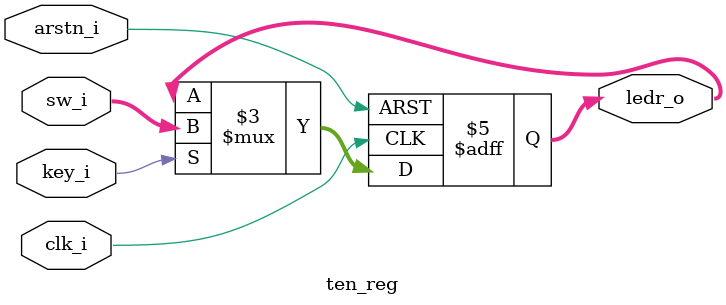
<source format=v>
`timescale 1ns / 1ps

module ten_reg#(
  parameter DATA_WIDTH = 10
  )
  (
  input                       clk_i,
  input                       arstn_i,
  
  input      [DATA_WIDTH-1:0] sw_i,
  input                       key_i,

  output reg [DATA_WIDTH-1:0] ledr_o
    );
    
  always @ ( posedge clk_i or negedge arstn_i ) begin
    if( !arstn_i ) 
      ledr_o<={DATA_WIDTH{1'b0}};
    else 
      if( key_i ) begin
        ledr_o[DATA_WIDTH-1:0] <= sw_i[DATA_WIDTH-1:0];
      end
  end;
  
  

endmodule

</source>
